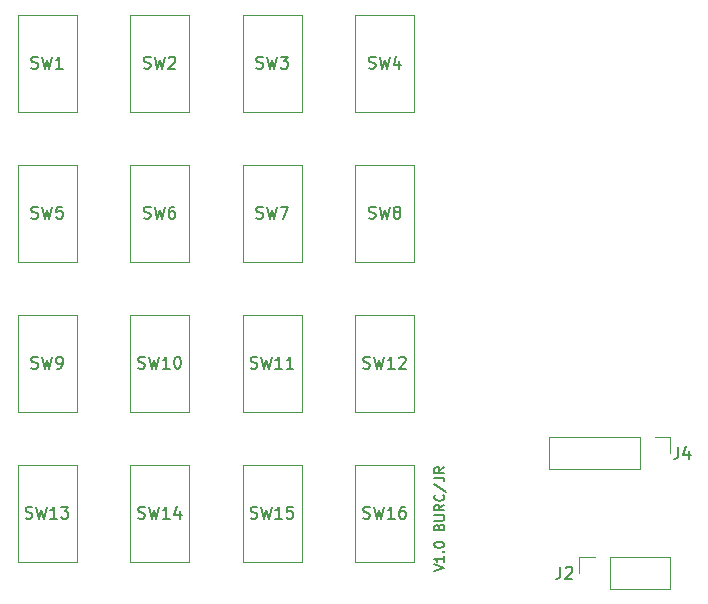
<source format=gbr>
%TF.GenerationSoftware,KiCad,Pcbnew,(6.0.8)*%
%TF.CreationDate,2022-11-01T17:44:15+01:00*%
%TF.ProjectId,BURC_16SwitchEncoder_JRFormat,42555243-5f31-4365-9377-69746368456e,v1.0*%
%TF.SameCoordinates,Original*%
%TF.FileFunction,Legend,Top*%
%TF.FilePolarity,Positive*%
%FSLAX46Y46*%
G04 Gerber Fmt 4.6, Leading zero omitted, Abs format (unit mm)*
G04 Created by KiCad (PCBNEW (6.0.8)) date 2022-11-01 17:44:15*
%MOMM*%
%LPD*%
G01*
G04 APERTURE LIST*
%ADD10C,0.170000*%
%ADD11C,0.150000*%
%ADD12C,0.120000*%
G04 APERTURE END LIST*
D10*
X166770476Y-129350452D02*
X167600476Y-129073785D01*
X166770476Y-128797119D01*
X167600476Y-128085690D02*
X167600476Y-128559976D01*
X167600476Y-128322833D02*
X166770476Y-128322833D01*
X166889047Y-128401880D01*
X166968095Y-128480928D01*
X167007619Y-128559976D01*
X167521428Y-127729976D02*
X167560952Y-127690452D01*
X167600476Y-127729976D01*
X167560952Y-127769500D01*
X167521428Y-127729976D01*
X167600476Y-127729976D01*
X166770476Y-127176642D02*
X166770476Y-127097595D01*
X166810000Y-127018547D01*
X166849523Y-126979023D01*
X166928571Y-126939500D01*
X167086666Y-126899976D01*
X167284285Y-126899976D01*
X167442380Y-126939500D01*
X167521428Y-126979023D01*
X167560952Y-127018547D01*
X167600476Y-127097595D01*
X167600476Y-127176642D01*
X167560952Y-127255690D01*
X167521428Y-127295214D01*
X167442380Y-127334738D01*
X167284285Y-127374261D01*
X167086666Y-127374261D01*
X166928571Y-127334738D01*
X166849523Y-127295214D01*
X166810000Y-127255690D01*
X166770476Y-127176642D01*
X167165714Y-125635214D02*
X167205238Y-125516642D01*
X167244761Y-125477119D01*
X167323809Y-125437595D01*
X167442380Y-125437595D01*
X167521428Y-125477119D01*
X167560952Y-125516642D01*
X167600476Y-125595690D01*
X167600476Y-125911880D01*
X166770476Y-125911880D01*
X166770476Y-125635214D01*
X166810000Y-125556166D01*
X166849523Y-125516642D01*
X166928571Y-125477119D01*
X167007619Y-125477119D01*
X167086666Y-125516642D01*
X167126190Y-125556166D01*
X167165714Y-125635214D01*
X167165714Y-125911880D01*
X166770476Y-125081880D02*
X167442380Y-125081880D01*
X167521428Y-125042357D01*
X167560952Y-125002833D01*
X167600476Y-124923785D01*
X167600476Y-124765690D01*
X167560952Y-124686642D01*
X167521428Y-124647119D01*
X167442380Y-124607595D01*
X166770476Y-124607595D01*
X167600476Y-123738071D02*
X167205238Y-124014738D01*
X167600476Y-124212357D02*
X166770476Y-124212357D01*
X166770476Y-123896166D01*
X166810000Y-123817119D01*
X166849523Y-123777595D01*
X166928571Y-123738071D01*
X167047142Y-123738071D01*
X167126190Y-123777595D01*
X167165714Y-123817119D01*
X167205238Y-123896166D01*
X167205238Y-124212357D01*
X167521428Y-122908071D02*
X167560952Y-122947595D01*
X167600476Y-123066166D01*
X167600476Y-123145214D01*
X167560952Y-123263785D01*
X167481904Y-123342833D01*
X167402857Y-123382357D01*
X167244761Y-123421880D01*
X167126190Y-123421880D01*
X166968095Y-123382357D01*
X166889047Y-123342833D01*
X166810000Y-123263785D01*
X166770476Y-123145214D01*
X166770476Y-123066166D01*
X166810000Y-122947595D01*
X166849523Y-122908071D01*
X166730952Y-121959500D02*
X167798095Y-122670928D01*
X166770476Y-121445690D02*
X167363333Y-121445690D01*
X167481904Y-121485214D01*
X167560952Y-121564261D01*
X167600476Y-121682833D01*
X167600476Y-121761880D01*
X167600476Y-120576166D02*
X167205238Y-120852833D01*
X167600476Y-121050452D02*
X166770476Y-121050452D01*
X166770476Y-120734261D01*
X166810000Y-120655214D01*
X166849523Y-120615690D01*
X166928571Y-120576166D01*
X167047142Y-120576166D01*
X167126190Y-120615690D01*
X167165714Y-120655214D01*
X167205238Y-120734261D01*
X167205238Y-121050452D01*
D11*
%TO.C,J4*%
X187416666Y-118832380D02*
X187416666Y-119546666D01*
X187369047Y-119689523D01*
X187273809Y-119784761D01*
X187130952Y-119832380D01*
X187035714Y-119832380D01*
X188321428Y-119165714D02*
X188321428Y-119832380D01*
X188083333Y-118784761D02*
X187845238Y-119499047D01*
X188464285Y-119499047D01*
%TO.C,SW12*%
X160750476Y-112164761D02*
X160893333Y-112212380D01*
X161131428Y-112212380D01*
X161226666Y-112164761D01*
X161274285Y-112117142D01*
X161321904Y-112021904D01*
X161321904Y-111926666D01*
X161274285Y-111831428D01*
X161226666Y-111783809D01*
X161131428Y-111736190D01*
X160940952Y-111688571D01*
X160845714Y-111640952D01*
X160798095Y-111593333D01*
X160750476Y-111498095D01*
X160750476Y-111402857D01*
X160798095Y-111307619D01*
X160845714Y-111260000D01*
X160940952Y-111212380D01*
X161179047Y-111212380D01*
X161321904Y-111260000D01*
X161655238Y-111212380D02*
X161893333Y-112212380D01*
X162083809Y-111498095D01*
X162274285Y-112212380D01*
X162512380Y-111212380D01*
X163417142Y-112212380D02*
X162845714Y-112212380D01*
X163131428Y-112212380D02*
X163131428Y-111212380D01*
X163036190Y-111355238D01*
X162940952Y-111450476D01*
X162845714Y-111498095D01*
X163798095Y-111307619D02*
X163845714Y-111260000D01*
X163940952Y-111212380D01*
X164179047Y-111212380D01*
X164274285Y-111260000D01*
X164321904Y-111307619D01*
X164369523Y-111402857D01*
X164369523Y-111498095D01*
X164321904Y-111640952D01*
X163750476Y-112212380D01*
X164369523Y-112212380D01*
%TO.C,SW7*%
X151701666Y-99464761D02*
X151844523Y-99512380D01*
X152082619Y-99512380D01*
X152177857Y-99464761D01*
X152225476Y-99417142D01*
X152273095Y-99321904D01*
X152273095Y-99226666D01*
X152225476Y-99131428D01*
X152177857Y-99083809D01*
X152082619Y-99036190D01*
X151892142Y-98988571D01*
X151796904Y-98940952D01*
X151749285Y-98893333D01*
X151701666Y-98798095D01*
X151701666Y-98702857D01*
X151749285Y-98607619D01*
X151796904Y-98560000D01*
X151892142Y-98512380D01*
X152130238Y-98512380D01*
X152273095Y-98560000D01*
X152606428Y-98512380D02*
X152844523Y-99512380D01*
X153035000Y-98798095D01*
X153225476Y-99512380D01*
X153463571Y-98512380D01*
X153749285Y-98512380D02*
X154415952Y-98512380D01*
X153987380Y-99512380D01*
%TO.C,SW5*%
X132651666Y-99464761D02*
X132794523Y-99512380D01*
X133032619Y-99512380D01*
X133127857Y-99464761D01*
X133175476Y-99417142D01*
X133223095Y-99321904D01*
X133223095Y-99226666D01*
X133175476Y-99131428D01*
X133127857Y-99083809D01*
X133032619Y-99036190D01*
X132842142Y-98988571D01*
X132746904Y-98940952D01*
X132699285Y-98893333D01*
X132651666Y-98798095D01*
X132651666Y-98702857D01*
X132699285Y-98607619D01*
X132746904Y-98560000D01*
X132842142Y-98512380D01*
X133080238Y-98512380D01*
X133223095Y-98560000D01*
X133556428Y-98512380D02*
X133794523Y-99512380D01*
X133985000Y-98798095D01*
X134175476Y-99512380D01*
X134413571Y-98512380D01*
X135270714Y-98512380D02*
X134794523Y-98512380D01*
X134746904Y-98988571D01*
X134794523Y-98940952D01*
X134889761Y-98893333D01*
X135127857Y-98893333D01*
X135223095Y-98940952D01*
X135270714Y-98988571D01*
X135318333Y-99083809D01*
X135318333Y-99321904D01*
X135270714Y-99417142D01*
X135223095Y-99464761D01*
X135127857Y-99512380D01*
X134889761Y-99512380D01*
X134794523Y-99464761D01*
X134746904Y-99417142D01*
%TO.C,J2*%
X177451666Y-128992380D02*
X177451666Y-129706666D01*
X177404047Y-129849523D01*
X177308809Y-129944761D01*
X177165952Y-129992380D01*
X177070714Y-129992380D01*
X177880238Y-129087619D02*
X177927857Y-129040000D01*
X178023095Y-128992380D01*
X178261190Y-128992380D01*
X178356428Y-129040000D01*
X178404047Y-129087619D01*
X178451666Y-129182857D01*
X178451666Y-129278095D01*
X178404047Y-129420952D01*
X177832619Y-129992380D01*
X178451666Y-129992380D01*
%TO.C,SW13*%
X132175476Y-124864761D02*
X132318333Y-124912380D01*
X132556428Y-124912380D01*
X132651666Y-124864761D01*
X132699285Y-124817142D01*
X132746904Y-124721904D01*
X132746904Y-124626666D01*
X132699285Y-124531428D01*
X132651666Y-124483809D01*
X132556428Y-124436190D01*
X132365952Y-124388571D01*
X132270714Y-124340952D01*
X132223095Y-124293333D01*
X132175476Y-124198095D01*
X132175476Y-124102857D01*
X132223095Y-124007619D01*
X132270714Y-123960000D01*
X132365952Y-123912380D01*
X132604047Y-123912380D01*
X132746904Y-123960000D01*
X133080238Y-123912380D02*
X133318333Y-124912380D01*
X133508809Y-124198095D01*
X133699285Y-124912380D01*
X133937380Y-123912380D01*
X134842142Y-124912380D02*
X134270714Y-124912380D01*
X134556428Y-124912380D02*
X134556428Y-123912380D01*
X134461190Y-124055238D01*
X134365952Y-124150476D01*
X134270714Y-124198095D01*
X135175476Y-123912380D02*
X135794523Y-123912380D01*
X135461190Y-124293333D01*
X135604047Y-124293333D01*
X135699285Y-124340952D01*
X135746904Y-124388571D01*
X135794523Y-124483809D01*
X135794523Y-124721904D01*
X135746904Y-124817142D01*
X135699285Y-124864761D01*
X135604047Y-124912380D01*
X135318333Y-124912380D01*
X135223095Y-124864761D01*
X135175476Y-124817142D01*
%TO.C,SW10*%
X141700476Y-112164761D02*
X141843333Y-112212380D01*
X142081428Y-112212380D01*
X142176666Y-112164761D01*
X142224285Y-112117142D01*
X142271904Y-112021904D01*
X142271904Y-111926666D01*
X142224285Y-111831428D01*
X142176666Y-111783809D01*
X142081428Y-111736190D01*
X141890952Y-111688571D01*
X141795714Y-111640952D01*
X141748095Y-111593333D01*
X141700476Y-111498095D01*
X141700476Y-111402857D01*
X141748095Y-111307619D01*
X141795714Y-111260000D01*
X141890952Y-111212380D01*
X142129047Y-111212380D01*
X142271904Y-111260000D01*
X142605238Y-111212380D02*
X142843333Y-112212380D01*
X143033809Y-111498095D01*
X143224285Y-112212380D01*
X143462380Y-111212380D01*
X144367142Y-112212380D02*
X143795714Y-112212380D01*
X144081428Y-112212380D02*
X144081428Y-111212380D01*
X143986190Y-111355238D01*
X143890952Y-111450476D01*
X143795714Y-111498095D01*
X144986190Y-111212380D02*
X145081428Y-111212380D01*
X145176666Y-111260000D01*
X145224285Y-111307619D01*
X145271904Y-111402857D01*
X145319523Y-111593333D01*
X145319523Y-111831428D01*
X145271904Y-112021904D01*
X145224285Y-112117142D01*
X145176666Y-112164761D01*
X145081428Y-112212380D01*
X144986190Y-112212380D01*
X144890952Y-112164761D01*
X144843333Y-112117142D01*
X144795714Y-112021904D01*
X144748095Y-111831428D01*
X144748095Y-111593333D01*
X144795714Y-111402857D01*
X144843333Y-111307619D01*
X144890952Y-111260000D01*
X144986190Y-111212380D01*
%TO.C,SW1*%
X132651666Y-86764761D02*
X132794523Y-86812380D01*
X133032619Y-86812380D01*
X133127857Y-86764761D01*
X133175476Y-86717142D01*
X133223095Y-86621904D01*
X133223095Y-86526666D01*
X133175476Y-86431428D01*
X133127857Y-86383809D01*
X133032619Y-86336190D01*
X132842142Y-86288571D01*
X132746904Y-86240952D01*
X132699285Y-86193333D01*
X132651666Y-86098095D01*
X132651666Y-86002857D01*
X132699285Y-85907619D01*
X132746904Y-85860000D01*
X132842142Y-85812380D01*
X133080238Y-85812380D01*
X133223095Y-85860000D01*
X133556428Y-85812380D02*
X133794523Y-86812380D01*
X133985000Y-86098095D01*
X134175476Y-86812380D01*
X134413571Y-85812380D01*
X135318333Y-86812380D02*
X134746904Y-86812380D01*
X135032619Y-86812380D02*
X135032619Y-85812380D01*
X134937380Y-85955238D01*
X134842142Y-86050476D01*
X134746904Y-86098095D01*
%TO.C,SW3*%
X151701666Y-86764761D02*
X151844523Y-86812380D01*
X152082619Y-86812380D01*
X152177857Y-86764761D01*
X152225476Y-86717142D01*
X152273095Y-86621904D01*
X152273095Y-86526666D01*
X152225476Y-86431428D01*
X152177857Y-86383809D01*
X152082619Y-86336190D01*
X151892142Y-86288571D01*
X151796904Y-86240952D01*
X151749285Y-86193333D01*
X151701666Y-86098095D01*
X151701666Y-86002857D01*
X151749285Y-85907619D01*
X151796904Y-85860000D01*
X151892142Y-85812380D01*
X152130238Y-85812380D01*
X152273095Y-85860000D01*
X152606428Y-85812380D02*
X152844523Y-86812380D01*
X153035000Y-86098095D01*
X153225476Y-86812380D01*
X153463571Y-85812380D01*
X153749285Y-85812380D02*
X154368333Y-85812380D01*
X154035000Y-86193333D01*
X154177857Y-86193333D01*
X154273095Y-86240952D01*
X154320714Y-86288571D01*
X154368333Y-86383809D01*
X154368333Y-86621904D01*
X154320714Y-86717142D01*
X154273095Y-86764761D01*
X154177857Y-86812380D01*
X153892142Y-86812380D01*
X153796904Y-86764761D01*
X153749285Y-86717142D01*
%TO.C,SW16*%
X160750476Y-124864761D02*
X160893333Y-124912380D01*
X161131428Y-124912380D01*
X161226666Y-124864761D01*
X161274285Y-124817142D01*
X161321904Y-124721904D01*
X161321904Y-124626666D01*
X161274285Y-124531428D01*
X161226666Y-124483809D01*
X161131428Y-124436190D01*
X160940952Y-124388571D01*
X160845714Y-124340952D01*
X160798095Y-124293333D01*
X160750476Y-124198095D01*
X160750476Y-124102857D01*
X160798095Y-124007619D01*
X160845714Y-123960000D01*
X160940952Y-123912380D01*
X161179047Y-123912380D01*
X161321904Y-123960000D01*
X161655238Y-123912380D02*
X161893333Y-124912380D01*
X162083809Y-124198095D01*
X162274285Y-124912380D01*
X162512380Y-123912380D01*
X163417142Y-124912380D02*
X162845714Y-124912380D01*
X163131428Y-124912380D02*
X163131428Y-123912380D01*
X163036190Y-124055238D01*
X162940952Y-124150476D01*
X162845714Y-124198095D01*
X164274285Y-123912380D02*
X164083809Y-123912380D01*
X163988571Y-123960000D01*
X163940952Y-124007619D01*
X163845714Y-124150476D01*
X163798095Y-124340952D01*
X163798095Y-124721904D01*
X163845714Y-124817142D01*
X163893333Y-124864761D01*
X163988571Y-124912380D01*
X164179047Y-124912380D01*
X164274285Y-124864761D01*
X164321904Y-124817142D01*
X164369523Y-124721904D01*
X164369523Y-124483809D01*
X164321904Y-124388571D01*
X164274285Y-124340952D01*
X164179047Y-124293333D01*
X163988571Y-124293333D01*
X163893333Y-124340952D01*
X163845714Y-124388571D01*
X163798095Y-124483809D01*
%TO.C,SW8*%
X161226666Y-99464761D02*
X161369523Y-99512380D01*
X161607619Y-99512380D01*
X161702857Y-99464761D01*
X161750476Y-99417142D01*
X161798095Y-99321904D01*
X161798095Y-99226666D01*
X161750476Y-99131428D01*
X161702857Y-99083809D01*
X161607619Y-99036190D01*
X161417142Y-98988571D01*
X161321904Y-98940952D01*
X161274285Y-98893333D01*
X161226666Y-98798095D01*
X161226666Y-98702857D01*
X161274285Y-98607619D01*
X161321904Y-98560000D01*
X161417142Y-98512380D01*
X161655238Y-98512380D01*
X161798095Y-98560000D01*
X162131428Y-98512380D02*
X162369523Y-99512380D01*
X162560000Y-98798095D01*
X162750476Y-99512380D01*
X162988571Y-98512380D01*
X163512380Y-98940952D02*
X163417142Y-98893333D01*
X163369523Y-98845714D01*
X163321904Y-98750476D01*
X163321904Y-98702857D01*
X163369523Y-98607619D01*
X163417142Y-98560000D01*
X163512380Y-98512380D01*
X163702857Y-98512380D01*
X163798095Y-98560000D01*
X163845714Y-98607619D01*
X163893333Y-98702857D01*
X163893333Y-98750476D01*
X163845714Y-98845714D01*
X163798095Y-98893333D01*
X163702857Y-98940952D01*
X163512380Y-98940952D01*
X163417142Y-98988571D01*
X163369523Y-99036190D01*
X163321904Y-99131428D01*
X163321904Y-99321904D01*
X163369523Y-99417142D01*
X163417142Y-99464761D01*
X163512380Y-99512380D01*
X163702857Y-99512380D01*
X163798095Y-99464761D01*
X163845714Y-99417142D01*
X163893333Y-99321904D01*
X163893333Y-99131428D01*
X163845714Y-99036190D01*
X163798095Y-98988571D01*
X163702857Y-98940952D01*
%TO.C,SW9*%
X132651666Y-112164761D02*
X132794523Y-112212380D01*
X133032619Y-112212380D01*
X133127857Y-112164761D01*
X133175476Y-112117142D01*
X133223095Y-112021904D01*
X133223095Y-111926666D01*
X133175476Y-111831428D01*
X133127857Y-111783809D01*
X133032619Y-111736190D01*
X132842142Y-111688571D01*
X132746904Y-111640952D01*
X132699285Y-111593333D01*
X132651666Y-111498095D01*
X132651666Y-111402857D01*
X132699285Y-111307619D01*
X132746904Y-111260000D01*
X132842142Y-111212380D01*
X133080238Y-111212380D01*
X133223095Y-111260000D01*
X133556428Y-111212380D02*
X133794523Y-112212380D01*
X133985000Y-111498095D01*
X134175476Y-112212380D01*
X134413571Y-111212380D01*
X134842142Y-112212380D02*
X135032619Y-112212380D01*
X135127857Y-112164761D01*
X135175476Y-112117142D01*
X135270714Y-111974285D01*
X135318333Y-111783809D01*
X135318333Y-111402857D01*
X135270714Y-111307619D01*
X135223095Y-111260000D01*
X135127857Y-111212380D01*
X134937380Y-111212380D01*
X134842142Y-111260000D01*
X134794523Y-111307619D01*
X134746904Y-111402857D01*
X134746904Y-111640952D01*
X134794523Y-111736190D01*
X134842142Y-111783809D01*
X134937380Y-111831428D01*
X135127857Y-111831428D01*
X135223095Y-111783809D01*
X135270714Y-111736190D01*
X135318333Y-111640952D01*
%TO.C,SW2*%
X142176666Y-86764761D02*
X142319523Y-86812380D01*
X142557619Y-86812380D01*
X142652857Y-86764761D01*
X142700476Y-86717142D01*
X142748095Y-86621904D01*
X142748095Y-86526666D01*
X142700476Y-86431428D01*
X142652857Y-86383809D01*
X142557619Y-86336190D01*
X142367142Y-86288571D01*
X142271904Y-86240952D01*
X142224285Y-86193333D01*
X142176666Y-86098095D01*
X142176666Y-86002857D01*
X142224285Y-85907619D01*
X142271904Y-85860000D01*
X142367142Y-85812380D01*
X142605238Y-85812380D01*
X142748095Y-85860000D01*
X143081428Y-85812380D02*
X143319523Y-86812380D01*
X143510000Y-86098095D01*
X143700476Y-86812380D01*
X143938571Y-85812380D01*
X144271904Y-85907619D02*
X144319523Y-85860000D01*
X144414761Y-85812380D01*
X144652857Y-85812380D01*
X144748095Y-85860000D01*
X144795714Y-85907619D01*
X144843333Y-86002857D01*
X144843333Y-86098095D01*
X144795714Y-86240952D01*
X144224285Y-86812380D01*
X144843333Y-86812380D01*
%TO.C,SW4*%
X161226666Y-86764761D02*
X161369523Y-86812380D01*
X161607619Y-86812380D01*
X161702857Y-86764761D01*
X161750476Y-86717142D01*
X161798095Y-86621904D01*
X161798095Y-86526666D01*
X161750476Y-86431428D01*
X161702857Y-86383809D01*
X161607619Y-86336190D01*
X161417142Y-86288571D01*
X161321904Y-86240952D01*
X161274285Y-86193333D01*
X161226666Y-86098095D01*
X161226666Y-86002857D01*
X161274285Y-85907619D01*
X161321904Y-85860000D01*
X161417142Y-85812380D01*
X161655238Y-85812380D01*
X161798095Y-85860000D01*
X162131428Y-85812380D02*
X162369523Y-86812380D01*
X162560000Y-86098095D01*
X162750476Y-86812380D01*
X162988571Y-85812380D01*
X163798095Y-86145714D02*
X163798095Y-86812380D01*
X163560000Y-85764761D02*
X163321904Y-86479047D01*
X163940952Y-86479047D01*
%TO.C,SW15*%
X151225476Y-124864761D02*
X151368333Y-124912380D01*
X151606428Y-124912380D01*
X151701666Y-124864761D01*
X151749285Y-124817142D01*
X151796904Y-124721904D01*
X151796904Y-124626666D01*
X151749285Y-124531428D01*
X151701666Y-124483809D01*
X151606428Y-124436190D01*
X151415952Y-124388571D01*
X151320714Y-124340952D01*
X151273095Y-124293333D01*
X151225476Y-124198095D01*
X151225476Y-124102857D01*
X151273095Y-124007619D01*
X151320714Y-123960000D01*
X151415952Y-123912380D01*
X151654047Y-123912380D01*
X151796904Y-123960000D01*
X152130238Y-123912380D02*
X152368333Y-124912380D01*
X152558809Y-124198095D01*
X152749285Y-124912380D01*
X152987380Y-123912380D01*
X153892142Y-124912380D02*
X153320714Y-124912380D01*
X153606428Y-124912380D02*
X153606428Y-123912380D01*
X153511190Y-124055238D01*
X153415952Y-124150476D01*
X153320714Y-124198095D01*
X154796904Y-123912380D02*
X154320714Y-123912380D01*
X154273095Y-124388571D01*
X154320714Y-124340952D01*
X154415952Y-124293333D01*
X154654047Y-124293333D01*
X154749285Y-124340952D01*
X154796904Y-124388571D01*
X154844523Y-124483809D01*
X154844523Y-124721904D01*
X154796904Y-124817142D01*
X154749285Y-124864761D01*
X154654047Y-124912380D01*
X154415952Y-124912380D01*
X154320714Y-124864761D01*
X154273095Y-124817142D01*
%TO.C,SW6*%
X142176666Y-99464761D02*
X142319523Y-99512380D01*
X142557619Y-99512380D01*
X142652857Y-99464761D01*
X142700476Y-99417142D01*
X142748095Y-99321904D01*
X142748095Y-99226666D01*
X142700476Y-99131428D01*
X142652857Y-99083809D01*
X142557619Y-99036190D01*
X142367142Y-98988571D01*
X142271904Y-98940952D01*
X142224285Y-98893333D01*
X142176666Y-98798095D01*
X142176666Y-98702857D01*
X142224285Y-98607619D01*
X142271904Y-98560000D01*
X142367142Y-98512380D01*
X142605238Y-98512380D01*
X142748095Y-98560000D01*
X143081428Y-98512380D02*
X143319523Y-99512380D01*
X143510000Y-98798095D01*
X143700476Y-99512380D01*
X143938571Y-98512380D01*
X144748095Y-98512380D02*
X144557619Y-98512380D01*
X144462380Y-98560000D01*
X144414761Y-98607619D01*
X144319523Y-98750476D01*
X144271904Y-98940952D01*
X144271904Y-99321904D01*
X144319523Y-99417142D01*
X144367142Y-99464761D01*
X144462380Y-99512380D01*
X144652857Y-99512380D01*
X144748095Y-99464761D01*
X144795714Y-99417142D01*
X144843333Y-99321904D01*
X144843333Y-99083809D01*
X144795714Y-98988571D01*
X144748095Y-98940952D01*
X144652857Y-98893333D01*
X144462380Y-98893333D01*
X144367142Y-98940952D01*
X144319523Y-98988571D01*
X144271904Y-99083809D01*
%TO.C,SW14*%
X141700476Y-124864761D02*
X141843333Y-124912380D01*
X142081428Y-124912380D01*
X142176666Y-124864761D01*
X142224285Y-124817142D01*
X142271904Y-124721904D01*
X142271904Y-124626666D01*
X142224285Y-124531428D01*
X142176666Y-124483809D01*
X142081428Y-124436190D01*
X141890952Y-124388571D01*
X141795714Y-124340952D01*
X141748095Y-124293333D01*
X141700476Y-124198095D01*
X141700476Y-124102857D01*
X141748095Y-124007619D01*
X141795714Y-123960000D01*
X141890952Y-123912380D01*
X142129047Y-123912380D01*
X142271904Y-123960000D01*
X142605238Y-123912380D02*
X142843333Y-124912380D01*
X143033809Y-124198095D01*
X143224285Y-124912380D01*
X143462380Y-123912380D01*
X144367142Y-124912380D02*
X143795714Y-124912380D01*
X144081428Y-124912380D02*
X144081428Y-123912380D01*
X143986190Y-124055238D01*
X143890952Y-124150476D01*
X143795714Y-124198095D01*
X145224285Y-124245714D02*
X145224285Y-124912380D01*
X144986190Y-123864761D02*
X144748095Y-124579047D01*
X145367142Y-124579047D01*
%TO.C,SW11*%
X151225476Y-112164761D02*
X151368333Y-112212380D01*
X151606428Y-112212380D01*
X151701666Y-112164761D01*
X151749285Y-112117142D01*
X151796904Y-112021904D01*
X151796904Y-111926666D01*
X151749285Y-111831428D01*
X151701666Y-111783809D01*
X151606428Y-111736190D01*
X151415952Y-111688571D01*
X151320714Y-111640952D01*
X151273095Y-111593333D01*
X151225476Y-111498095D01*
X151225476Y-111402857D01*
X151273095Y-111307619D01*
X151320714Y-111260000D01*
X151415952Y-111212380D01*
X151654047Y-111212380D01*
X151796904Y-111260000D01*
X152130238Y-111212380D02*
X152368333Y-112212380D01*
X152558809Y-111498095D01*
X152749285Y-112212380D01*
X152987380Y-111212380D01*
X153892142Y-112212380D02*
X153320714Y-112212380D01*
X153606428Y-112212380D02*
X153606428Y-111212380D01*
X153511190Y-111355238D01*
X153415952Y-111450476D01*
X153320714Y-111498095D01*
X154844523Y-112212380D02*
X154273095Y-112212380D01*
X154558809Y-112212380D02*
X154558809Y-111212380D01*
X154463571Y-111355238D01*
X154368333Y-111450476D01*
X154273095Y-111498095D01*
D12*
%TO.C,J4*%
X186750000Y-118050000D02*
X186750000Y-119380000D01*
X176470000Y-118050000D02*
X176470000Y-120710000D01*
X185420000Y-118050000D02*
X186750000Y-118050000D01*
X184150000Y-118050000D02*
X184150000Y-120710000D01*
X184150000Y-120710000D02*
X176470000Y-120710000D01*
X184150000Y-118050000D02*
X176470000Y-118050000D01*
%TO.C,SW12*%
X165060000Y-107660000D02*
X165060000Y-115860000D01*
X160060000Y-115860000D02*
X160060000Y-107660000D01*
X165060000Y-115860000D02*
X160060000Y-115860000D01*
X160060000Y-107660000D02*
X165060000Y-107660000D01*
%TO.C,SW7*%
X155535000Y-103160000D02*
X150535000Y-103160000D01*
X150535000Y-94960000D02*
X155535000Y-94960000D01*
X155535000Y-94960000D02*
X155535000Y-103160000D01*
X150535000Y-103160000D02*
X150535000Y-94960000D01*
%TO.C,SW5*%
X136485000Y-94960000D02*
X136485000Y-103160000D01*
X131485000Y-94960000D02*
X136485000Y-94960000D01*
X131485000Y-103160000D02*
X131485000Y-94960000D01*
X136485000Y-103160000D02*
X131485000Y-103160000D01*
%TO.C,J2*%
X179010000Y-129540000D02*
X179010000Y-128210000D01*
X186750000Y-130870000D02*
X186750000Y-128210000D01*
X181610000Y-130870000D02*
X186750000Y-130870000D01*
X181610000Y-130870000D02*
X181610000Y-128210000D01*
X181610000Y-128210000D02*
X186750000Y-128210000D01*
X179010000Y-128210000D02*
X180340000Y-128210000D01*
%TO.C,SW13*%
X131485000Y-120360000D02*
X136485000Y-120360000D01*
X136485000Y-128560000D02*
X131485000Y-128560000D01*
X136485000Y-120360000D02*
X136485000Y-128560000D01*
X131485000Y-128560000D02*
X131485000Y-120360000D01*
%TO.C,SW10*%
X146010000Y-115860000D02*
X141010000Y-115860000D01*
X141010000Y-115860000D02*
X141010000Y-107660000D01*
X141010000Y-107660000D02*
X146010000Y-107660000D01*
X146010000Y-107660000D02*
X146010000Y-115860000D01*
%TO.C,SW1*%
X136485000Y-90460000D02*
X131485000Y-90460000D01*
X131485000Y-90460000D02*
X131485000Y-82260000D01*
X136485000Y-82260000D02*
X136485000Y-90460000D01*
X131485000Y-82260000D02*
X136485000Y-82260000D01*
%TO.C,SW3*%
X150535000Y-82260000D02*
X155535000Y-82260000D01*
X155535000Y-82260000D02*
X155535000Y-90460000D01*
X155535000Y-90460000D02*
X150535000Y-90460000D01*
X150535000Y-90460000D02*
X150535000Y-82260000D01*
%TO.C,SW16*%
X160060000Y-128560000D02*
X160060000Y-120360000D01*
X165060000Y-128560000D02*
X160060000Y-128560000D01*
X165060000Y-120360000D02*
X165060000Y-128560000D01*
X160060000Y-120360000D02*
X165060000Y-120360000D01*
%TO.C,SW8*%
X160060000Y-94960000D02*
X165060000Y-94960000D01*
X160060000Y-103160000D02*
X160060000Y-94960000D01*
X165060000Y-103160000D02*
X160060000Y-103160000D01*
X165060000Y-94960000D02*
X165060000Y-103160000D01*
%TO.C,SW9*%
X131485000Y-115860000D02*
X131485000Y-107660000D01*
X136485000Y-107660000D02*
X136485000Y-115860000D01*
X131485000Y-107660000D02*
X136485000Y-107660000D01*
X136485000Y-115860000D02*
X131485000Y-115860000D01*
%TO.C,SW2*%
X141010000Y-90460000D02*
X141010000Y-82260000D01*
X146010000Y-90460000D02*
X141010000Y-90460000D01*
X141010000Y-82260000D02*
X146010000Y-82260000D01*
X146010000Y-82260000D02*
X146010000Y-90460000D01*
%TO.C,SW4*%
X165060000Y-82260000D02*
X165060000Y-90460000D01*
X165060000Y-90460000D02*
X160060000Y-90460000D01*
X160060000Y-90460000D02*
X160060000Y-82260000D01*
X160060000Y-82260000D02*
X165060000Y-82260000D01*
%TO.C,SW15*%
X155535000Y-128560000D02*
X150535000Y-128560000D01*
X150535000Y-120360000D02*
X155535000Y-120360000D01*
X155535000Y-120360000D02*
X155535000Y-128560000D01*
X150535000Y-128560000D02*
X150535000Y-120360000D01*
%TO.C,SW6*%
X146010000Y-94960000D02*
X146010000Y-103160000D01*
X146010000Y-103160000D02*
X141010000Y-103160000D01*
X141010000Y-94960000D02*
X146010000Y-94960000D01*
X141010000Y-103160000D02*
X141010000Y-94960000D01*
%TO.C,SW14*%
X141010000Y-120360000D02*
X146010000Y-120360000D01*
X141010000Y-128560000D02*
X141010000Y-120360000D01*
X146010000Y-120360000D02*
X146010000Y-128560000D01*
X146010000Y-128560000D02*
X141010000Y-128560000D01*
%TO.C,SW11*%
X155535000Y-107660000D02*
X155535000Y-115860000D01*
X150535000Y-115860000D02*
X150535000Y-107660000D01*
X155535000Y-115860000D02*
X150535000Y-115860000D01*
X150535000Y-107660000D02*
X155535000Y-107660000D01*
%TD*%
M02*

</source>
